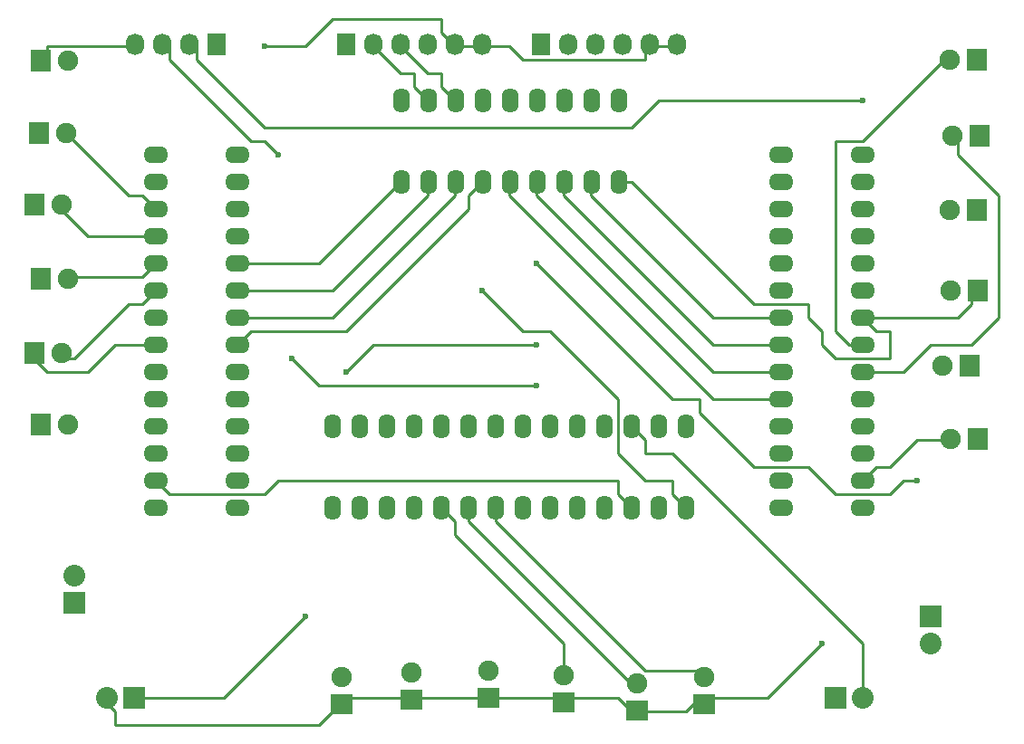
<source format=gbl>
G04 #@! TF.FileFunction,Copper,L2,Bot,Signal*
%FSLAX46Y46*%
G04 Gerber Fmt 4.6, Leading zero omitted, Abs format (unit mm)*
G04 Created by KiCad (PCBNEW 4.0.2-stable) date 2016-07-18 1:59:09 PM*
%MOMM*%
G01*
G04 APERTURE LIST*
%ADD10C,0.050000*%
%ADD11R,1.727200X2.032000*%
%ADD12O,1.727200X2.032000*%
%ADD13R,1.900000X2.000000*%
%ADD14C,1.900000*%
%ADD15R,2.000000X1.900000*%
%ADD16R,2.032000X2.032000*%
%ADD17O,2.032000X2.032000*%
%ADD18O,2.300000X1.600000*%
%ADD19O,1.600000X2.300000*%
%ADD20C,0.600000*%
%ADD21C,0.250000*%
G04 APERTURE END LIST*
D10*
D11*
X113667381Y-34165000D03*
D12*
X111127381Y-34165000D03*
X108587381Y-34165000D03*
X106047381Y-34165000D03*
D13*
X97233000Y-35630001D03*
D14*
X99773000Y-35630001D03*
D13*
X96623000Y-49090001D03*
D14*
X99163000Y-49090001D03*
D13*
X97173000Y-56050001D03*
D14*
X99713000Y-56050001D03*
D13*
X96653000Y-62960001D03*
D14*
X99193000Y-62960001D03*
D13*
X97173000Y-69720001D03*
D14*
X99713000Y-69720001D03*
D15*
X125335001Y-95812000D03*
D14*
X125335001Y-93272000D03*
D15*
X131815001Y-95392000D03*
D14*
X131815001Y-92852000D03*
D15*
X139035001Y-95232000D03*
D14*
X139035001Y-92692000D03*
D15*
X146045001Y-95692000D03*
D14*
X146045001Y-93152000D03*
D15*
X152905001Y-96442000D03*
D14*
X152905001Y-93902000D03*
D15*
X159155001Y-95842000D03*
D14*
X159155001Y-93302000D03*
D13*
X97073000Y-42440001D03*
D14*
X99613000Y-42440001D03*
D13*
X184767000Y-71049999D03*
D14*
X182227000Y-71049999D03*
D13*
X184017000Y-64139999D03*
D14*
X181477000Y-64139999D03*
D13*
X184707000Y-57179999D03*
D14*
X182167000Y-57179999D03*
D13*
X184647000Y-49659999D03*
D14*
X182107000Y-49659999D03*
D13*
X184927000Y-42649999D03*
D14*
X182387000Y-42649999D03*
D13*
X184647000Y-35589999D03*
D14*
X182107000Y-35589999D03*
D16*
X180340000Y-87630000D03*
D17*
X180340000Y-90170000D03*
D18*
X107950000Y-44450000D03*
X107950000Y-46990000D03*
X107950000Y-49530000D03*
X107950000Y-52070000D03*
X107950000Y-54610000D03*
X107950000Y-57150000D03*
X107950000Y-59690000D03*
X107950000Y-62230000D03*
X107950000Y-64770000D03*
X107950000Y-67310000D03*
X107950000Y-69850000D03*
X107950000Y-72390000D03*
X107950000Y-74930000D03*
X107950000Y-77470000D03*
X115570000Y-77470000D03*
X115570000Y-74930000D03*
X115570000Y-72390000D03*
X115570000Y-69850000D03*
X115570000Y-67310000D03*
X115570000Y-64770000D03*
X115570000Y-62230000D03*
X115570000Y-59690000D03*
X115570000Y-57150000D03*
X115570000Y-54610000D03*
X115570000Y-52070000D03*
X115570000Y-49530000D03*
X115570000Y-46990000D03*
X115570000Y-44450000D03*
D19*
X124460000Y-77470000D03*
X127000000Y-77470000D03*
X129540000Y-77470000D03*
X132080000Y-77470000D03*
X134620000Y-77470000D03*
X137160000Y-77470000D03*
X139700000Y-77470000D03*
X142240000Y-77470000D03*
X144780000Y-77470000D03*
X147320000Y-77470000D03*
X149860000Y-77470000D03*
X152400000Y-77470000D03*
X154940000Y-77470000D03*
X157480000Y-77470000D03*
X157480000Y-69850000D03*
X154940000Y-69850000D03*
X152400000Y-69850000D03*
X149860000Y-69850000D03*
X147320000Y-69850000D03*
X144780000Y-69850000D03*
X142240000Y-69850000D03*
X139700000Y-69850000D03*
X137160000Y-69850000D03*
X134620000Y-69850000D03*
X132080000Y-69850000D03*
X129540000Y-69850000D03*
X127000000Y-69850000D03*
X124460000Y-69850000D03*
D18*
X173990000Y-77470000D03*
X173990000Y-74930000D03*
X173990000Y-72390000D03*
X173990000Y-69850000D03*
X173990000Y-67310000D03*
X173990000Y-64770000D03*
X173990000Y-62230000D03*
X173990000Y-59690000D03*
X173990000Y-57150000D03*
X173990000Y-54610000D03*
X173990000Y-52070000D03*
X173990000Y-49530000D03*
X173990000Y-46990000D03*
X173990000Y-44450000D03*
X166370000Y-44450000D03*
X166370000Y-46990000D03*
X166370000Y-49530000D03*
X166370000Y-52070000D03*
X166370000Y-54610000D03*
X166370000Y-57150000D03*
X166370000Y-59690000D03*
X166370000Y-62230000D03*
X166370000Y-64770000D03*
X166370000Y-67310000D03*
X166370000Y-69850000D03*
X166370000Y-72390000D03*
X166370000Y-74930000D03*
X166370000Y-77470000D03*
D16*
X100330000Y-86360000D03*
D17*
X100330000Y-83820000D03*
D16*
X105938333Y-95285000D03*
D17*
X103398333Y-95285000D03*
D11*
X125718333Y-34165000D03*
D12*
X128258333Y-34165000D03*
X130798333Y-34165000D03*
X133338333Y-34165000D03*
X135878333Y-34165000D03*
X138418333Y-34165000D03*
D11*
X143898333Y-34165000D03*
D12*
X146438333Y-34165000D03*
X148978333Y-34165000D03*
X151518333Y-34165000D03*
X154058333Y-34165000D03*
X156598333Y-34165000D03*
D16*
X171450000Y-95250000D03*
D17*
X173990000Y-95250000D03*
D19*
X130897857Y-46985000D03*
X133437857Y-46985000D03*
X135977857Y-46985000D03*
X138517857Y-46985000D03*
X141057857Y-46985000D03*
X143597857Y-46985000D03*
X146137857Y-46985000D03*
X148677857Y-46985000D03*
X151217857Y-46985000D03*
X151217857Y-39365000D03*
X148677857Y-39365000D03*
X146137857Y-39365000D03*
X143597857Y-39365000D03*
X141057857Y-39365000D03*
X138517857Y-39365000D03*
X135977857Y-39365000D03*
X133437857Y-39365000D03*
X130897857Y-39365000D03*
D20*
X173990000Y-39370000D03*
X119380000Y-44450000D03*
X120650000Y-63500000D03*
X143510000Y-66040000D03*
X170180000Y-90170000D03*
X138430000Y-57150000D03*
X125730000Y-64770000D03*
X143510000Y-62230000D03*
X143510000Y-54610000D03*
X179070000Y-74930000D03*
X121920000Y-87630000D03*
X118110000Y-34290000D03*
D21*
X111127381Y-34165000D02*
X111760000Y-34290000D01*
X111760000Y-34290000D02*
X111760000Y-35560000D01*
X111760000Y-35560000D02*
X118110000Y-41910000D01*
X118110000Y-41910000D02*
X152400000Y-41910000D01*
X152400000Y-41910000D02*
X154940000Y-39370000D01*
X154940000Y-39370000D02*
X173990000Y-39370000D01*
X108587381Y-34165000D02*
X109220000Y-34290000D01*
X109220000Y-34290000D02*
X109220000Y-35560000D01*
X109220000Y-35560000D02*
X116840000Y-43180000D01*
X116840000Y-43180000D02*
X118110000Y-43180000D01*
X118110000Y-43180000D02*
X119380000Y-44450000D01*
X120650000Y-63500000D02*
X123190000Y-66040000D01*
X123190000Y-66040000D02*
X143510000Y-66040000D01*
X173990000Y-59690000D02*
X175260000Y-60960000D01*
X175260000Y-60960000D02*
X176530000Y-60960000D01*
X176530000Y-60960000D02*
X176530000Y-63500000D01*
X176530000Y-63500000D02*
X171450000Y-63500000D01*
X171450000Y-63500000D02*
X170180000Y-62230000D01*
X170180000Y-62230000D02*
X170180000Y-60960000D01*
X170180000Y-60960000D02*
X168910000Y-59690000D01*
X168910000Y-59690000D02*
X168910000Y-58420000D01*
X168910000Y-58420000D02*
X163830000Y-58420000D01*
X163830000Y-58420000D02*
X152400000Y-46990000D01*
X152400000Y-46990000D02*
X151130000Y-46990000D01*
X151130000Y-46990000D02*
X151217857Y-46985000D01*
X170180000Y-90170000D02*
X165100000Y-95250000D01*
X165100000Y-95250000D02*
X158750000Y-95250000D01*
X158750000Y-95250000D02*
X159155001Y-95842000D01*
X125335001Y-95812000D02*
X125730000Y-95250000D01*
X125730000Y-95250000D02*
X123190000Y-97790000D01*
X123190000Y-97790000D02*
X104140000Y-97790000D01*
X104140000Y-97790000D02*
X104140000Y-96520000D01*
X104140000Y-96520000D02*
X102870000Y-95250000D01*
X102870000Y-95250000D02*
X103398333Y-95285000D01*
X184707000Y-57179999D02*
X184150000Y-57150000D01*
X184150000Y-57150000D02*
X184150000Y-58420000D01*
X184150000Y-58420000D02*
X182880000Y-59690000D01*
X182880000Y-59690000D02*
X173990000Y-59690000D01*
X96653000Y-62960001D02*
X96520000Y-63500000D01*
X96520000Y-63500000D02*
X97790000Y-64770000D01*
X97790000Y-64770000D02*
X101600000Y-64770000D01*
X101600000Y-64770000D02*
X104140000Y-62230000D01*
X104140000Y-62230000D02*
X107950000Y-62230000D01*
X97233000Y-35630001D02*
X97790000Y-35560000D01*
X97790000Y-35560000D02*
X97790000Y-34290000D01*
X97790000Y-34290000D02*
X106680000Y-34290000D01*
X106680000Y-34290000D02*
X106047381Y-34165000D01*
X152905001Y-96442000D02*
X152400000Y-96520000D01*
X152400000Y-96520000D02*
X151130000Y-95250000D01*
X151130000Y-95250000D02*
X146050000Y-95250000D01*
X146050000Y-95250000D02*
X146045001Y-95692000D01*
X159155001Y-95842000D02*
X158750000Y-95250000D01*
X158750000Y-95250000D02*
X157480000Y-96520000D01*
X157480000Y-96520000D02*
X152400000Y-96520000D01*
X152400000Y-96520000D02*
X152905001Y-96442000D01*
X146045001Y-95692000D02*
X146050000Y-95250000D01*
X146050000Y-95250000D02*
X138430000Y-95250000D01*
X138430000Y-95250000D02*
X139035001Y-95232000D01*
X139035001Y-95232000D02*
X138430000Y-95250000D01*
X138430000Y-95250000D02*
X132080000Y-95250000D01*
X132080000Y-95250000D02*
X131815001Y-95392000D01*
X131815001Y-95392000D02*
X132080000Y-95250000D01*
X132080000Y-95250000D02*
X125730000Y-95250000D01*
X125730000Y-95250000D02*
X125335001Y-95812000D01*
X99163000Y-49090001D02*
X99060000Y-49530000D01*
X99060000Y-49530000D02*
X101600000Y-52070000D01*
X101600000Y-52070000D02*
X107950000Y-52070000D01*
X107950000Y-54610000D02*
X106680000Y-55880000D01*
X106680000Y-55880000D02*
X100330000Y-55880000D01*
X100330000Y-55880000D02*
X99713000Y-56050001D01*
X107950000Y-57150000D02*
X106680000Y-58420000D01*
X106680000Y-58420000D02*
X105410000Y-58420000D01*
X105410000Y-58420000D02*
X100330000Y-63500000D01*
X100330000Y-63500000D02*
X99060000Y-63500000D01*
X99060000Y-63500000D02*
X99193000Y-62960001D01*
X146045001Y-93152000D02*
X146050000Y-92710000D01*
X146050000Y-92710000D02*
X146050000Y-90170000D01*
X146050000Y-90170000D02*
X135890000Y-80010000D01*
X135890000Y-80010000D02*
X135890000Y-78740000D01*
X135890000Y-78740000D02*
X134620000Y-77470000D01*
X137160000Y-77470000D02*
X137160000Y-78740000D01*
X137160000Y-78740000D02*
X152400000Y-93980000D01*
X152400000Y-93980000D02*
X152905001Y-93902000D01*
X139700000Y-77470000D02*
X139700000Y-78740000D01*
X139700000Y-78740000D02*
X153670000Y-92710000D01*
X153670000Y-92710000D02*
X158750000Y-92710000D01*
X158750000Y-92710000D02*
X159155001Y-93302000D01*
X107950000Y-49530000D02*
X106680000Y-48260000D01*
X106680000Y-48260000D02*
X105410000Y-48260000D01*
X105410000Y-48260000D02*
X99060000Y-41910000D01*
X99060000Y-41910000D02*
X99613000Y-42440001D01*
X173990000Y-74930000D02*
X175260000Y-73660000D01*
X175260000Y-73660000D02*
X176530000Y-73660000D01*
X176530000Y-73660000D02*
X179070000Y-71120000D01*
X179070000Y-71120000D02*
X181610000Y-71120000D01*
X181610000Y-71120000D02*
X182227000Y-71049999D01*
X182387000Y-42649999D02*
X182880000Y-43180000D01*
X182880000Y-43180000D02*
X182880000Y-44450000D01*
X182880000Y-44450000D02*
X186690000Y-48260000D01*
X186690000Y-48260000D02*
X186690000Y-59690000D01*
X186690000Y-59690000D02*
X184150000Y-62230000D01*
X184150000Y-62230000D02*
X180340000Y-62230000D01*
X180340000Y-62230000D02*
X177800000Y-64770000D01*
X177800000Y-64770000D02*
X173990000Y-64770000D01*
X182107000Y-35589999D02*
X181610000Y-35560000D01*
X181610000Y-35560000D02*
X173990000Y-43180000D01*
X173990000Y-43180000D02*
X171450000Y-43180000D01*
X171450000Y-43180000D02*
X171450000Y-60960000D01*
X171450000Y-60960000D02*
X172720000Y-62230000D01*
X172720000Y-62230000D02*
X173990000Y-62230000D01*
X107950000Y-74930000D02*
X109220000Y-76200000D01*
X109220000Y-76200000D02*
X118110000Y-76200000D01*
X118110000Y-76200000D02*
X119380000Y-74930000D01*
X119380000Y-74930000D02*
X151130000Y-74930000D01*
X151130000Y-74930000D02*
X151130000Y-76200000D01*
X151130000Y-76200000D02*
X152400000Y-77470000D01*
X138430000Y-57150000D02*
X142240000Y-60960000D01*
X142240000Y-60960000D02*
X144780000Y-60960000D01*
X144780000Y-60960000D02*
X151130000Y-67310000D01*
X151130000Y-67310000D02*
X151130000Y-72390000D01*
X151130000Y-72390000D02*
X153670000Y-74930000D01*
X153670000Y-74930000D02*
X156210000Y-74930000D01*
X156210000Y-74930000D02*
X156210000Y-76200000D01*
X156210000Y-76200000D02*
X157480000Y-77470000D01*
X125730000Y-64770000D02*
X128270000Y-62230000D01*
X128270000Y-62230000D02*
X143510000Y-62230000D01*
X115570000Y-62230000D02*
X116840000Y-60960000D01*
X116840000Y-60960000D02*
X125730000Y-60960000D01*
X125730000Y-60960000D02*
X137160000Y-49530000D01*
X137160000Y-49530000D02*
X137160000Y-48260000D01*
X137160000Y-48260000D02*
X138430000Y-46990000D01*
X138430000Y-46990000D02*
X138517857Y-46985000D01*
X135977857Y-46985000D02*
X135890000Y-46990000D01*
X135890000Y-46990000D02*
X135890000Y-48260000D01*
X135890000Y-48260000D02*
X124460000Y-59690000D01*
X124460000Y-59690000D02*
X115570000Y-59690000D01*
X133437857Y-46985000D02*
X133350000Y-46990000D01*
X133350000Y-46990000D02*
X133350000Y-48260000D01*
X133350000Y-48260000D02*
X124460000Y-57150000D01*
X124460000Y-57150000D02*
X115570000Y-57150000D01*
X130897857Y-46985000D02*
X130810000Y-46990000D01*
X130810000Y-46990000D02*
X123190000Y-54610000D01*
X123190000Y-54610000D02*
X115570000Y-54610000D01*
X173990000Y-95250000D02*
X173990000Y-90170000D01*
X173990000Y-90170000D02*
X156210000Y-72390000D01*
X156210000Y-72390000D02*
X153670000Y-72390000D01*
X153670000Y-72390000D02*
X153670000Y-71120000D01*
X153670000Y-71120000D02*
X152400000Y-69850000D01*
X148677857Y-46985000D02*
X148590000Y-46990000D01*
X148590000Y-46990000D02*
X148590000Y-48260000D01*
X148590000Y-48260000D02*
X160020000Y-59690000D01*
X160020000Y-59690000D02*
X166370000Y-59690000D01*
X146137857Y-46985000D02*
X146050000Y-46990000D01*
X146050000Y-46990000D02*
X146050000Y-48260000D01*
X146050000Y-48260000D02*
X160020000Y-62230000D01*
X160020000Y-62230000D02*
X166370000Y-62230000D01*
X143597857Y-46985000D02*
X143510000Y-46990000D01*
X143510000Y-46990000D02*
X143510000Y-48260000D01*
X143510000Y-48260000D02*
X160020000Y-64770000D01*
X160020000Y-64770000D02*
X166370000Y-64770000D01*
X141057857Y-46985000D02*
X140970000Y-46990000D01*
X140970000Y-46990000D02*
X140970000Y-48260000D01*
X140970000Y-48260000D02*
X160020000Y-67310000D01*
X160020000Y-67310000D02*
X166370000Y-67310000D01*
X143510000Y-54610000D02*
X156210000Y-67310000D01*
X156210000Y-67310000D02*
X158750000Y-67310000D01*
X158750000Y-67310000D02*
X158750000Y-68580000D01*
X158750000Y-68580000D02*
X163830000Y-73660000D01*
X163830000Y-73660000D02*
X168910000Y-73660000D01*
X168910000Y-73660000D02*
X171450000Y-76200000D01*
X171450000Y-76200000D02*
X176530000Y-76200000D01*
X176530000Y-76200000D02*
X177800000Y-74930000D01*
X177800000Y-74930000D02*
X179070000Y-74930000D01*
X121920000Y-87630000D02*
X114300000Y-95250000D01*
X114300000Y-95250000D02*
X105410000Y-95250000D01*
X105410000Y-95250000D02*
X105938333Y-95285000D01*
X135878333Y-34165000D02*
X135890000Y-34290000D01*
X135890000Y-34290000D02*
X134620000Y-33020000D01*
X134620000Y-33020000D02*
X134620000Y-31750000D01*
X134620000Y-31750000D02*
X124460000Y-31750000D01*
X124460000Y-31750000D02*
X121920000Y-34290000D01*
X121920000Y-34290000D02*
X118110000Y-34290000D01*
X154058333Y-34165000D02*
X153670000Y-34290000D01*
X153670000Y-34290000D02*
X153670000Y-35560000D01*
X153670000Y-35560000D02*
X142240000Y-35560000D01*
X142240000Y-35560000D02*
X140970000Y-34290000D01*
X140970000Y-34290000D02*
X138430000Y-34290000D01*
X138430000Y-34290000D02*
X138418333Y-34165000D01*
X154058333Y-34165000D02*
X153670000Y-34290000D01*
X153670000Y-34290000D02*
X156210000Y-34290000D01*
X156210000Y-34290000D02*
X156598333Y-34165000D01*
X138418333Y-34165000D02*
X138430000Y-34290000D01*
X138430000Y-34290000D02*
X135890000Y-34290000D01*
X135890000Y-34290000D02*
X135878333Y-34165000D01*
X133437857Y-39365000D02*
X133350000Y-39370000D01*
X133350000Y-39370000D02*
X132080000Y-38100000D01*
X132080000Y-38100000D02*
X132080000Y-36830000D01*
X132080000Y-36830000D02*
X130810000Y-36830000D01*
X130810000Y-36830000D02*
X128270000Y-34290000D01*
X128270000Y-34290000D02*
X128258333Y-34165000D01*
X130798333Y-34165000D02*
X130810000Y-34290000D01*
X130810000Y-34290000D02*
X133350000Y-36830000D01*
X133350000Y-36830000D02*
X134620000Y-36830000D01*
X134620000Y-36830000D02*
X134620000Y-38100000D01*
X134620000Y-38100000D02*
X135890000Y-39370000D01*
X135890000Y-39370000D02*
X135977857Y-39365000D01*
M02*

</source>
